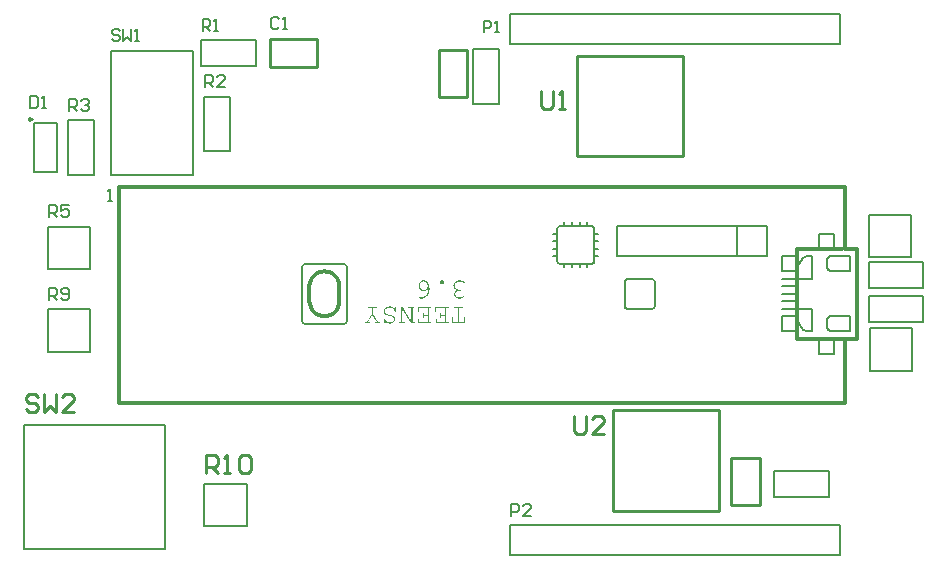
<source format=gto>
G04*
G04 #@! TF.GenerationSoftware,Altium Limited,Altium Designer,20.2.6 (244)*
G04*
G04 Layer_Color=65535*
%FSLAX25Y25*%
%MOIN*%
G70*
G04*
G04 #@! TF.SameCoordinates,EFAE668D-727F-4ECC-B3F7-511A600DF1C5*
G04*
G04*
G04 #@! TF.FilePolarity,Positive*
G04*
G01*
G75*
%ADD10C,0.00394*%
%ADD11C,0.00500*%
%ADD12C,0.01200*%
%ADD13C,0.00984*%
%ADD14C,0.01000*%
%ADD15C,0.00787*%
G36*
X149982Y95529D02*
X150112Y95509D01*
X150263Y95489D01*
X150444Y95449D01*
X150634Y95399D01*
X150835Y95328D01*
X150845D01*
X150855Y95318D01*
X150885Y95308D01*
X150926Y95288D01*
X151016Y95248D01*
X151136Y95198D01*
X151257Y95127D01*
X151387Y95057D01*
X151498Y94967D01*
X151598Y94887D01*
X151608Y94876D01*
X151628Y94836D01*
X151648Y94786D01*
X151658Y94726D01*
Y94716D01*
X151648Y94686D01*
X151638Y94646D01*
X151608Y94595D01*
X151598Y94585D01*
X151568Y94565D01*
X151528Y94545D01*
X151478Y94535D01*
X151468D01*
X151427Y94545D01*
X151377Y94565D01*
X151317Y94616D01*
X151307Y94626D01*
X151287Y94636D01*
X151247Y94666D01*
X151187Y94696D01*
X151126Y94736D01*
X151046Y94786D01*
X150956Y94836D01*
X150845Y94876D01*
X150624Y94977D01*
X150363Y95067D01*
X150082Y95127D01*
X149932Y95138D01*
X149781Y95148D01*
X149711D01*
X149671Y95138D01*
X149610D01*
X149540Y95127D01*
X149379Y95097D01*
X149199Y95047D01*
X149008Y94967D01*
X148817Y94867D01*
X148636Y94726D01*
X148626Y94716D01*
X148616Y94706D01*
X148566Y94646D01*
X148486Y94565D01*
X148406Y94445D01*
X148325Y94304D01*
X148245Y94144D01*
X148195Y93963D01*
X148175Y93872D01*
Y93772D01*
Y93752D01*
Y93712D01*
X148185Y93642D01*
X148205Y93551D01*
X148235Y93451D01*
X148275Y93340D01*
X148325Y93210D01*
X148406Y93089D01*
X148416Y93069D01*
X148446Y93029D01*
X148496Y92969D01*
X148576Y92899D01*
X148667Y92808D01*
X148777Y92718D01*
X148907Y92638D01*
X149058Y92557D01*
X149078Y92547D01*
X149128Y92527D01*
X149219Y92497D01*
X149319Y92457D01*
X149450Y92417D01*
X149600Y92387D01*
X149751Y92366D01*
X149911Y92356D01*
X149932D01*
X149992Y92347D01*
X150052Y92336D01*
X150112Y92306D01*
X150122Y92296D01*
X150142Y92266D01*
X150162Y92226D01*
X150173Y92166D01*
Y92146D01*
X150162Y92115D01*
X150153Y92065D01*
X150122Y92025D01*
X150112Y92015D01*
X150072Y91995D01*
X150022Y91975D01*
X149942Y91965D01*
X149560D01*
X149520Y91955D01*
X149420Y91945D01*
X149299Y91925D01*
X149159Y91885D01*
X149018Y91824D01*
X148867Y91754D01*
X148737Y91644D01*
X148717Y91634D01*
X148677Y91583D01*
X148626Y91523D01*
X148556Y91433D01*
X148496Y91322D01*
X148436Y91192D01*
X148396Y91051D01*
X148385Y90901D01*
Y90891D01*
Y90881D01*
X148396Y90830D01*
X148406Y90740D01*
X148426Y90640D01*
X148476Y90519D01*
X148536Y90389D01*
X148626Y90258D01*
X148747Y90128D01*
X148767Y90118D01*
X148807Y90077D01*
X148887Y90017D01*
X148998Y89957D01*
X149138Y89897D01*
X149299Y89837D01*
X149480Y89796D01*
X149691Y89786D01*
X149761D01*
X149831Y89796D01*
X149932Y89806D01*
X150052Y89826D01*
X150173Y89846D01*
X150303Y89887D01*
X150434Y89937D01*
X150444Y89947D01*
X150494Y89967D01*
X150554Y89997D01*
X150634Y90037D01*
X150715Y90087D01*
X150815Y90158D01*
X150906Y90228D01*
X150986Y90318D01*
X150996Y90328D01*
X151026Y90369D01*
X151066Y90399D01*
X151096Y90429D01*
X151106D01*
X151126Y90439D01*
X151187Y90449D01*
X151197D01*
X151237Y90439D01*
X151277Y90429D01*
X151327Y90399D01*
X151337Y90389D01*
X151347Y90359D01*
X151367Y90318D01*
X151377Y90268D01*
Y90258D01*
X151367Y90238D01*
X151357Y90198D01*
X151327Y90138D01*
X151277Y90077D01*
X151207Y89997D01*
X151106Y89897D01*
X150976Y89796D01*
X150966D01*
X150946Y89776D01*
X150916Y89756D01*
X150875Y89736D01*
X150825Y89706D01*
X150755Y89666D01*
X150604Y89596D01*
X150414Y89525D01*
X150193Y89455D01*
X149952Y89415D01*
X149691Y89395D01*
X149620D01*
X149570Y89405D01*
X149500D01*
X149430Y89415D01*
X149259Y89455D01*
X149068Y89505D01*
X148867Y89586D01*
X148667Y89696D01*
X148566Y89766D01*
X148476Y89846D01*
X148466D01*
X148456Y89867D01*
X148396Y89927D01*
X148325Y90017D01*
X148235Y90148D01*
X148144Y90298D01*
X148064Y90479D01*
X148014Y90690D01*
X148004Y90800D01*
X147994Y90911D01*
Y90931D01*
Y90981D01*
X148004Y91051D01*
X148024Y91152D01*
X148054Y91262D01*
X148094Y91393D01*
X148144Y91523D01*
X148225Y91654D01*
X148235Y91674D01*
X148265Y91714D01*
X148325Y91774D01*
X148396Y91855D01*
X148486Y91945D01*
X148606Y92035D01*
X148737Y92136D01*
X148898Y92216D01*
X148887D01*
X148877Y92226D01*
X148847Y92236D01*
X148807Y92256D01*
X148707Y92316D01*
X148586Y92387D01*
X148456Y92487D01*
X148325Y92598D01*
X148195Y92728D01*
X148074Y92879D01*
X148064Y92899D01*
X148024Y92949D01*
X147984Y93039D01*
X147924Y93150D01*
X147873Y93280D01*
X147823Y93431D01*
X147793Y93591D01*
X147783Y93762D01*
Y93772D01*
Y93792D01*
Y93832D01*
X147793Y93883D01*
X147803Y93943D01*
X147813Y94013D01*
X147853Y94184D01*
X147924Y94375D01*
X147964Y94475D01*
X148024Y94585D01*
X148094Y94686D01*
X148165Y94796D01*
X148255Y94907D01*
X148355Y95007D01*
X148365Y95017D01*
X148385Y95027D01*
X148416Y95057D01*
X148456Y95087D01*
X148516Y95127D01*
X148586Y95178D01*
X148656Y95228D01*
X148747Y95268D01*
X148847Y95318D01*
X148958Y95368D01*
X149199Y95459D01*
X149480Y95519D01*
X149630Y95529D01*
X149791Y95539D01*
X149881D01*
X149982Y95529D01*
D02*
G37*
G36*
X144129Y95539D02*
X144189Y95529D01*
X144259Y95509D01*
X144339Y95469D01*
X144420Y95429D01*
X144490Y95368D01*
X144500Y95359D01*
X144520Y95338D01*
X144550Y95298D01*
X144580Y95248D01*
X144610Y95178D01*
X144641Y95108D01*
X144661Y95017D01*
X144671Y94927D01*
Y94917D01*
Y94876D01*
X144661Y94826D01*
X144650Y94766D01*
X144631Y94696D01*
X144590Y94626D01*
X144550Y94545D01*
X144490Y94475D01*
X144480Y94465D01*
X144460Y94445D01*
X144420Y94415D01*
X144359Y94375D01*
X144299Y94344D01*
X144219Y94314D01*
X144129Y94294D01*
X144038Y94284D01*
X143837D01*
X143787Y94294D01*
X143727Y94304D01*
X143657Y94334D01*
X143576Y94365D01*
X143496Y94415D01*
X143426Y94475D01*
X143416Y94485D01*
X143396Y94505D01*
X143365Y94545D01*
X143325Y94595D01*
X143295Y94666D01*
X143265Y94736D01*
X143245Y94826D01*
X143235Y94917D01*
Y94927D01*
Y94957D01*
X143245Y95007D01*
X143255Y95077D01*
X143285Y95148D01*
X143315Y95218D01*
X143365Y95298D01*
X143426Y95368D01*
X143436Y95379D01*
X143456Y95399D01*
X143496Y95429D01*
X143556Y95459D01*
X143616Y95489D01*
X143697Y95519D01*
X143787Y95539D01*
X143877Y95549D01*
X144078D01*
X144129Y95539D01*
D02*
G37*
G36*
X137934Y95529D02*
X138034Y95519D01*
X138155Y95499D01*
X138305Y95459D01*
X138466Y95409D01*
X138627Y95328D01*
X138797Y95228D01*
X138817Y95218D01*
X138867Y95168D01*
X138948Y95097D01*
X139048Y94987D01*
X139159Y94857D01*
X139279Y94686D01*
X139390Y94495D01*
X139490Y94264D01*
Y94254D01*
X139500Y94224D01*
X139520Y94184D01*
X139540Y94124D01*
X139560Y94043D01*
X139590Y93953D01*
X139620Y93853D01*
X139651Y93742D01*
X139681Y93612D01*
X139711Y93471D01*
X139761Y93170D01*
X139791Y92838D01*
X139801Y92477D01*
Y92467D01*
Y92447D01*
Y92407D01*
Y92356D01*
X139791Y92286D01*
X139781Y92206D01*
X139761Y92025D01*
X139731Y91814D01*
X139681Y91583D01*
X139611Y91343D01*
X139510Y91101D01*
Y91092D01*
X139500Y91081D01*
X139470Y91021D01*
X139420Y90931D01*
X139349Y90810D01*
X139269Y90670D01*
X139169Y90529D01*
X139048Y90379D01*
X138918Y90238D01*
X138898Y90218D01*
X138847Y90178D01*
X138767Y90108D01*
X138667Y90027D01*
X138536Y89927D01*
X138386Y89826D01*
X138225Y89726D01*
X138044Y89636D01*
X138034D01*
X138024Y89626D01*
X137994Y89616D01*
X137954Y89596D01*
X137854Y89555D01*
X137723Y89515D01*
X137562Y89475D01*
X137382Y89435D01*
X137181Y89405D01*
X136970Y89395D01*
X136900D01*
X136829Y89405D01*
X136739Y89415D01*
X136639Y89435D01*
X136528Y89465D01*
X136418Y89505D01*
X136317Y89555D01*
X136307D01*
X136297Y89565D01*
X136257Y89605D01*
X136217Y89666D01*
X136197Y89706D01*
Y89746D01*
Y89756D01*
X136207Y89796D01*
X136217Y89846D01*
X136257Y89887D01*
X136267Y89897D01*
X136287Y89907D01*
X136337Y89927D01*
X136388Y89937D01*
X136398D01*
X136428Y89927D01*
X136468Y89917D01*
X136528Y89887D01*
X136538D01*
X136558Y89867D01*
X136599Y89856D01*
X136659Y89837D01*
X136729Y89816D01*
X136809Y89806D01*
X136900Y89786D01*
X137090D01*
X137151Y89796D01*
X137231Y89806D01*
X137331Y89826D01*
X137432Y89856D01*
X137552Y89887D01*
X137673Y89927D01*
X137803Y89977D01*
X137944Y90037D01*
X138084Y90118D01*
X138235Y90208D01*
X138375Y90308D01*
X138526Y90429D01*
X138667Y90569D01*
X138677Y90579D01*
X138697Y90610D01*
X138737Y90650D01*
X138787Y90710D01*
X138837Y90780D01*
X138898Y90871D01*
X138968Y90981D01*
X139038Y91092D01*
X139109Y91222D01*
X139179Y91373D01*
X139239Y91523D01*
X139289Y91684D01*
X139339Y91865D01*
X139380Y92045D01*
X139400Y92236D01*
X139410Y92437D01*
Y92447D01*
Y92467D01*
Y92507D01*
Y92557D01*
X139400Y92628D01*
Y92708D01*
Y92808D01*
X139390Y92929D01*
Y92919D01*
X139369Y92909D01*
X139349Y92879D01*
X139329Y92838D01*
X139249Y92748D01*
X139159Y92628D01*
X139038Y92497D01*
X138918Y92356D01*
X138777Y92236D01*
X138637Y92126D01*
X138617Y92115D01*
X138566Y92085D01*
X138486Y92045D01*
X138386Y91995D01*
X138265Y91945D01*
X138115Y91905D01*
X137954Y91875D01*
X137783Y91865D01*
X137723D01*
X137673Y91875D01*
X137623Y91885D01*
X137562Y91895D01*
X137402Y91925D01*
X137231Y91995D01*
X137050Y92085D01*
X136950Y92146D01*
X136860Y92216D01*
X136759Y92296D01*
X136669Y92387D01*
X136659Y92397D01*
X136649Y92407D01*
X136619Y92437D01*
X136588Y92477D01*
X136558Y92527D01*
X136508Y92587D01*
X136418Y92748D01*
X136327Y92929D01*
X136257Y93150D01*
X136197Y93401D01*
X136187Y93541D01*
X136177Y93682D01*
Y93692D01*
Y93712D01*
Y93752D01*
X136187Y93802D01*
Y93862D01*
X136197Y93933D01*
X136237Y94103D01*
X136287Y94304D01*
X136368Y94515D01*
X136478Y94746D01*
X136548Y94857D01*
X136629Y94967D01*
Y94977D01*
X136649Y94987D01*
X136679Y95017D01*
X136709Y95057D01*
X136809Y95148D01*
X136950Y95248D01*
X137121Y95359D01*
X137331Y95449D01*
X137452Y95489D01*
X137572Y95519D01*
X137713Y95529D01*
X137854Y95539D01*
X137904D01*
X137934Y95529D01*
D02*
G37*
G36*
X126649Y86789D02*
X126729Y86779D01*
X126830Y86769D01*
X126950Y86749D01*
X127070Y86719D01*
X127331Y86649D01*
X127462Y86588D01*
X127603Y86528D01*
X127733Y86458D01*
X127864Y86378D01*
X127994Y86277D01*
X128115Y86167D01*
Y86388D01*
Y86398D01*
Y86408D01*
X128125Y86468D01*
X128135Y86528D01*
X128175Y86588D01*
X128185Y86598D01*
X128215Y86619D01*
X128255Y86639D01*
X128315Y86649D01*
X128325D01*
X128366Y86639D01*
X128406Y86619D01*
X128456Y86588D01*
X128466Y86578D01*
X128476Y86538D01*
X128496Y86478D01*
X128506Y86388D01*
Y85303D01*
Y85293D01*
Y85283D01*
X128496Y85223D01*
X128486Y85163D01*
X128456Y85102D01*
X128446Y85092D01*
X128416Y85062D01*
X128376Y85042D01*
X128315Y85032D01*
X128305D01*
X128265Y85042D01*
X128225Y85052D01*
X128185Y85092D01*
X128175Y85102D01*
X128155Y85133D01*
X128125Y85193D01*
X128115Y85273D01*
Y85293D01*
X128105Y85343D01*
X128085Y85424D01*
X128054Y85534D01*
X127994Y85655D01*
X127914Y85785D01*
X127803Y85926D01*
X127663Y86056D01*
X127653D01*
X127643Y86066D01*
X127583Y86106D01*
X127482Y86167D01*
X127352Y86227D01*
X127181Y86297D01*
X126980Y86347D01*
X126739Y86388D01*
X126478Y86408D01*
X126408D01*
X126358Y86398D01*
X126297D01*
X126227Y86388D01*
X126057Y86357D01*
X125876Y86317D01*
X125675Y86257D01*
X125484Y86167D01*
X125313Y86046D01*
X125303D01*
X125293Y86026D01*
X125243Y85986D01*
X125173Y85906D01*
X125093Y85805D01*
X125022Y85675D01*
X124952Y85524D01*
X124902Y85353D01*
X124882Y85263D01*
Y85173D01*
Y85163D01*
Y85123D01*
X124892Y85062D01*
X124902Y84982D01*
X124922Y84902D01*
X124952Y84811D01*
X124992Y84711D01*
X125052Y84620D01*
X125063Y84610D01*
X125083Y84580D01*
X125123Y84540D01*
X125173Y84480D01*
X125243Y84420D01*
X125324Y84360D01*
X125424Y84299D01*
X125534Y84239D01*
X125544D01*
X125585Y84219D01*
X125645Y84199D01*
X125735Y84179D01*
X125866Y84149D01*
X126026Y84109D01*
X126117Y84088D01*
X126227Y84068D01*
X126338Y84038D01*
X126468Y84018D01*
X126478D01*
X126508Y84008D01*
X126558Y83998D01*
X126629Y83988D01*
X126709Y83968D01*
X126799Y83948D01*
X127010Y83898D01*
X127241Y83827D01*
X127482Y83747D01*
X127703Y83647D01*
X127793Y83586D01*
X127884Y83526D01*
X127904Y83506D01*
X127954Y83466D01*
X128014Y83386D01*
X128095Y83275D01*
X128175Y83145D01*
X128235Y82984D01*
X128285Y82793D01*
X128305Y82572D01*
Y82562D01*
Y82542D01*
Y82512D01*
X128295Y82472D01*
X128275Y82351D01*
X128245Y82211D01*
X128185Y82050D01*
X128095Y81870D01*
X128044Y81779D01*
X127974Y81689D01*
X127904Y81599D01*
X127813Y81518D01*
X127803Y81508D01*
X127793Y81498D01*
X127763Y81478D01*
X127723Y81448D01*
X127673Y81418D01*
X127613Y81378D01*
X127462Y81287D01*
X127281Y81207D01*
X127060Y81137D01*
X126799Y81086D01*
X126669Y81066D01*
X126438D01*
X126378Y81076D01*
X126307Y81086D01*
X126227Y81097D01*
X126137Y81107D01*
X126026Y81127D01*
X125805Y81197D01*
X125565Y81287D01*
X125444Y81348D01*
X125324Y81418D01*
X125203Y81498D01*
X125093Y81589D01*
Y81458D01*
Y81448D01*
Y81438D01*
X125083Y81378D01*
X125073Y81317D01*
X125042Y81257D01*
X125032Y81247D01*
X125002Y81217D01*
X124962Y81197D01*
X124902Y81187D01*
X124882D01*
X124852Y81197D01*
X124802Y81217D01*
X124761Y81257D01*
X124751Y81267D01*
X124731Y81307D01*
X124711Y81368D01*
X124701Y81458D01*
Y82452D01*
Y82462D01*
Y82472D01*
X124711Y82532D01*
X124721Y82592D01*
X124761Y82653D01*
X124771Y82663D01*
X124802Y82683D01*
X124842Y82703D01*
X124902Y82713D01*
X124912D01*
X124952Y82703D01*
X124992Y82693D01*
X125042Y82663D01*
X125052Y82653D01*
X125063Y82613D01*
X125083Y82562D01*
X125093Y82482D01*
Y82462D01*
X125103Y82412D01*
X125123Y82341D01*
X125153Y82251D01*
X125203Y82141D01*
X125283Y82020D01*
X125374Y81900D01*
X125504Y81779D01*
X125524Y81769D01*
X125575Y81729D01*
X125655Y81679D01*
X125775Y81619D01*
X125916Y81558D01*
X126087Y81508D01*
X126277Y81468D01*
X126498Y81458D01*
X126609D01*
X126729Y81478D01*
X126870Y81498D01*
X127040Y81538D01*
X127211Y81599D01*
X127382Y81679D01*
X127532Y81789D01*
X127552Y81799D01*
X127593Y81849D01*
X127653Y81920D01*
X127723Y82010D01*
X127793Y82131D01*
X127854Y82261D01*
X127894Y82412D01*
X127914Y82582D01*
Y82592D01*
Y82623D01*
X127904Y82663D01*
Y82723D01*
X127874Y82854D01*
X127813Y83004D01*
X127803Y83014D01*
X127793Y83034D01*
X127773Y83074D01*
X127733Y83114D01*
X127653Y83215D01*
X127532Y83315D01*
X127522D01*
X127502Y83335D01*
X127462Y83355D01*
X127412Y83376D01*
X127352Y83406D01*
X127281Y83446D01*
X127131Y83506D01*
X127121D01*
X127091Y83516D01*
X127030Y83536D01*
X126950Y83546D01*
X126860Y83566D01*
X126729Y83596D01*
X126589Y83617D01*
X126418Y83647D01*
X126408D01*
X126388Y83657D01*
X126338D01*
X126287Y83667D01*
X126227Y83687D01*
X126147Y83697D01*
X125986Y83737D01*
X125795Y83777D01*
X125615Y83817D01*
X125454Y83868D01*
X125374Y83898D01*
X125313Y83918D01*
X125293Y83928D01*
X125243Y83948D01*
X125173Y83988D01*
X125083Y84048D01*
X124982Y84118D01*
X124882Y84209D01*
X124791Y84309D01*
X124701Y84420D01*
X124691Y84430D01*
X124671Y84480D01*
X124631Y84540D01*
X124591Y84631D01*
X124560Y84751D01*
X124520Y84882D01*
X124500Y85022D01*
X124490Y85183D01*
Y85193D01*
Y85213D01*
Y85243D01*
X124500Y85293D01*
X124510Y85353D01*
X124520Y85424D01*
X124560Y85574D01*
X124621Y85755D01*
X124721Y85946D01*
X124781Y86046D01*
X124852Y86147D01*
X124932Y86237D01*
X125032Y86327D01*
X125042D01*
X125052Y86347D01*
X125093Y86367D01*
X125133Y86398D01*
X125183Y86438D01*
X125253Y86478D01*
X125324Y86518D01*
X125414Y86558D01*
X125514Y86608D01*
X125625Y86649D01*
X125745Y86689D01*
X125866Y86729D01*
X126157Y86779D01*
X126318Y86789D01*
X126478Y86799D01*
X126578D01*
X126649Y86789D01*
D02*
G37*
G36*
X146006Y86639D02*
X146066Y86629D01*
X146126Y86598D01*
X146136Y86588D01*
X146157Y86558D01*
X146177Y86518D01*
X146187Y86458D01*
Y86438D01*
X146177Y86408D01*
X146157Y86357D01*
X146126Y86317D01*
X146116Y86307D01*
X146076Y86287D01*
X146016Y86267D01*
X145926Y86257D01*
X145394D01*
Y81578D01*
X145946D01*
X146006Y81568D01*
X146066Y81558D01*
X146126Y81528D01*
X146136Y81518D01*
X146157Y81488D01*
X146177Y81448D01*
X146187Y81388D01*
Y81368D01*
X146177Y81337D01*
X146157Y81287D01*
X146126Y81247D01*
X146116Y81237D01*
X146076Y81217D01*
X146016Y81197D01*
X145926Y81187D01*
X141789D01*
Y82532D01*
Y82542D01*
Y82552D01*
X141799Y82613D01*
X141809Y82673D01*
X141849Y82733D01*
X141859Y82743D01*
X141890Y82763D01*
X141930Y82783D01*
X141990Y82793D01*
X142000D01*
X142040Y82783D01*
X142090Y82763D01*
X142130Y82733D01*
X142141Y82723D01*
X142151Y82683D01*
X142171Y82623D01*
X142181Y82532D01*
Y81578D01*
X145002D01*
Y83617D01*
X143586D01*
Y83175D01*
Y83165D01*
Y83155D01*
X143576Y83104D01*
X143566Y83034D01*
X143536Y82984D01*
X143526Y82974D01*
X143496Y82944D01*
X143456Y82924D01*
X143396Y82914D01*
X143386D01*
X143345Y82924D01*
X143305Y82944D01*
X143255Y82984D01*
X143245Y82994D01*
X143225Y83034D01*
X143205Y83095D01*
X143195Y83175D01*
Y84450D01*
Y84460D01*
Y84470D01*
X143205Y84530D01*
X143215Y84590D01*
X143255Y84651D01*
X143265Y84661D01*
X143295Y84681D01*
X143335Y84701D01*
X143396Y84711D01*
X143406D01*
X143446Y84701D01*
X143486Y84681D01*
X143536Y84651D01*
X143546Y84641D01*
X143556Y84601D01*
X143576Y84540D01*
X143586Y84450D01*
Y84008D01*
X145002D01*
Y86257D01*
X141980D01*
Y85102D01*
Y85092D01*
Y85082D01*
X141970Y85032D01*
X141960Y84962D01*
X141930Y84912D01*
X141920Y84902D01*
X141890Y84872D01*
X141849Y84851D01*
X141789Y84841D01*
X141769D01*
X141739Y84851D01*
X141689Y84872D01*
X141649Y84912D01*
X141639Y84922D01*
X141619Y84962D01*
X141598Y85022D01*
X141588Y85102D01*
Y86649D01*
X145946D01*
X146006Y86639D01*
D02*
G37*
G36*
X140263D02*
X140323Y86629D01*
X140384Y86598D01*
X140394Y86588D01*
X140414Y86558D01*
X140434Y86518D01*
X140444Y86458D01*
Y86438D01*
X140434Y86408D01*
X140414Y86357D01*
X140384Y86317D01*
X140374Y86307D01*
X140333Y86287D01*
X140273Y86267D01*
X140183Y86257D01*
X139651D01*
Y81578D01*
X140203D01*
X140263Y81568D01*
X140323Y81558D01*
X140384Y81528D01*
X140394Y81518D01*
X140414Y81488D01*
X140434Y81448D01*
X140444Y81388D01*
Y81368D01*
X140434Y81337D01*
X140414Y81287D01*
X140384Y81247D01*
X140374Y81237D01*
X140333Y81217D01*
X140273Y81197D01*
X140183Y81187D01*
X136046D01*
Y82532D01*
Y82542D01*
Y82552D01*
X136056Y82613D01*
X136066Y82673D01*
X136107Y82733D01*
X136117Y82743D01*
X136147Y82763D01*
X136187Y82783D01*
X136247Y82793D01*
X136257D01*
X136297Y82783D01*
X136347Y82763D01*
X136388Y82733D01*
X136398Y82723D01*
X136408Y82683D01*
X136428Y82623D01*
X136438Y82532D01*
Y81578D01*
X139259D01*
Y83617D01*
X137843D01*
Y83175D01*
Y83165D01*
Y83155D01*
X137833Y83104D01*
X137823Y83034D01*
X137793Y82984D01*
X137783Y82974D01*
X137753Y82944D01*
X137713Y82924D01*
X137653Y82914D01*
X137643D01*
X137602Y82924D01*
X137562Y82944D01*
X137512Y82984D01*
X137502Y82994D01*
X137482Y83034D01*
X137462Y83095D01*
X137452Y83175D01*
Y84450D01*
Y84460D01*
Y84470D01*
X137462Y84530D01*
X137472Y84590D01*
X137512Y84651D01*
X137522Y84661D01*
X137552Y84681D01*
X137592Y84701D01*
X137653Y84711D01*
X137663D01*
X137703Y84701D01*
X137743Y84681D01*
X137793Y84651D01*
X137803Y84641D01*
X137813Y84601D01*
X137833Y84540D01*
X137843Y84450D01*
Y84008D01*
X139259D01*
Y86257D01*
X136237D01*
Y85102D01*
Y85092D01*
Y85082D01*
X136227Y85032D01*
X136217Y84962D01*
X136187Y84912D01*
X136177Y84902D01*
X136147Y84872D01*
X136107Y84851D01*
X136046Y84841D01*
X136026D01*
X135996Y84851D01*
X135946Y84872D01*
X135906Y84912D01*
X135896Y84922D01*
X135876Y84962D01*
X135855Y85022D01*
X135845Y85102D01*
Y86649D01*
X140203D01*
X140263Y86639D01*
D02*
G37*
G36*
X134520D02*
X134590Y86629D01*
X134651Y86598D01*
X134661Y86588D01*
X134681Y86558D01*
X134701Y86518D01*
X134711Y86458D01*
Y86438D01*
X134701Y86408D01*
X134681Y86357D01*
X134651Y86317D01*
X134641Y86307D01*
X134600Y86287D01*
X134540Y86267D01*
X134440Y86257D01*
X134119D01*
Y81578D01*
X134661D01*
X134721Y81568D01*
X134791Y81558D01*
X134852Y81528D01*
X134862Y81518D01*
X134882Y81488D01*
X134902Y81448D01*
X134912Y81388D01*
Y81368D01*
X134902Y81337D01*
X134882Y81287D01*
X134852Y81247D01*
X134842Y81237D01*
X134801Y81217D01*
X134741Y81197D01*
X134641Y81187D01*
X133617D01*
X130705Y86086D01*
Y81578D01*
X131448D01*
X131508Y81568D01*
X131579Y81558D01*
X131639Y81528D01*
X131649Y81518D01*
X131669Y81488D01*
X131689Y81448D01*
X131699Y81388D01*
Y81368D01*
X131689Y81337D01*
X131669Y81287D01*
X131639Y81247D01*
X131629Y81237D01*
X131588Y81217D01*
X131528Y81197D01*
X131428Y81187D01*
X129972D01*
X129912Y81197D01*
X129852Y81207D01*
X129791Y81247D01*
X129781Y81257D01*
X129751Y81287D01*
X129731Y81327D01*
X129721Y81388D01*
Y81398D01*
X129731Y81438D01*
X129751Y81488D01*
X129791Y81528D01*
X129801Y81538D01*
X129842Y81548D01*
X129902Y81568D01*
X129992Y81578D01*
X130313D01*
Y86649D01*
X130825D01*
X133727Y81759D01*
Y86257D01*
X132984D01*
X132924Y86267D01*
X132864Y86277D01*
X132803Y86317D01*
X132793Y86327D01*
X132763Y86357D01*
X132743Y86398D01*
X132733Y86458D01*
Y86468D01*
X132743Y86508D01*
X132763Y86548D01*
X132803Y86598D01*
X132813Y86608D01*
X132853Y86619D01*
X132914Y86639D01*
X133004Y86649D01*
X134460D01*
X134520Y86639D01*
D02*
G37*
G36*
X150765D02*
X150825Y86629D01*
X150885Y86598D01*
X150895Y86588D01*
X150916Y86558D01*
X150936Y86518D01*
X150946Y86458D01*
Y86438D01*
X150936Y86408D01*
X150916Y86357D01*
X150885Y86317D01*
X150875Y86307D01*
X150835Y86287D01*
X150775Y86267D01*
X150685Y86257D01*
X149661D01*
Y81578D01*
X151267D01*
Y82934D01*
Y82944D01*
Y82954D01*
X151277Y83014D01*
X151287Y83084D01*
X151327Y83145D01*
X151337Y83155D01*
X151367Y83175D01*
X151408Y83195D01*
X151468Y83205D01*
X151478D01*
X151518Y83195D01*
X151558Y83175D01*
X151608Y83145D01*
X151618Y83135D01*
X151628Y83095D01*
X151648Y83034D01*
X151658Y82934D01*
Y81187D01*
X147271D01*
Y82934D01*
Y82944D01*
Y82954D01*
X147281Y83014D01*
X147291Y83084D01*
X147331Y83145D01*
X147341Y83155D01*
X147371Y83175D01*
X147412Y83195D01*
X147472Y83205D01*
X147482D01*
X147522Y83195D01*
X147572Y83175D01*
X147612Y83145D01*
X147622Y83135D01*
X147632Y83095D01*
X147652Y83034D01*
X147663Y82934D01*
Y81578D01*
X149269D01*
Y86257D01*
X148225D01*
X148175Y86267D01*
X148104Y86277D01*
X148054Y86317D01*
X148044Y86327D01*
X148014Y86357D01*
X147994Y86398D01*
X147984Y86458D01*
Y86468D01*
X147994Y86508D01*
X148014Y86548D01*
X148054Y86598D01*
X148064Y86608D01*
X148104Y86619D01*
X148165Y86639D01*
X148245Y86649D01*
X150705D01*
X150765Y86639D01*
D02*
G37*
G36*
X122040D02*
X122111Y86629D01*
X122171Y86598D01*
X122181Y86588D01*
X122201Y86558D01*
X122221Y86518D01*
X122231Y86458D01*
Y86438D01*
X122221Y86408D01*
X122201Y86357D01*
X122171Y86317D01*
X122161Y86307D01*
X122121Y86287D01*
X122061Y86267D01*
X121960Y86257D01*
X120946D01*
Y84189D01*
X122673Y81578D01*
X122914D01*
X122974Y81568D01*
X123045Y81558D01*
X123105Y81528D01*
X123115Y81518D01*
X123135Y81488D01*
X123155Y81448D01*
X123165Y81388D01*
Y81368D01*
X123155Y81337D01*
X123135Y81287D01*
X123105Y81247D01*
X123095Y81237D01*
X123055Y81217D01*
X122994Y81197D01*
X122894Y81187D01*
X121809D01*
X121749Y81197D01*
X121689Y81207D01*
X121629Y81247D01*
X121619Y81257D01*
X121589Y81287D01*
X121569Y81327D01*
X121558Y81388D01*
Y81398D01*
X121569Y81438D01*
X121589Y81488D01*
X121629Y81528D01*
X121639Y81538D01*
X121679Y81548D01*
X121739Y81568D01*
X121830Y81578D01*
X122211D01*
X120755Y83787D01*
X119320Y81578D01*
X119721D01*
X119781Y81568D01*
X119852Y81558D01*
X119912Y81528D01*
X119922Y81518D01*
X119942Y81488D01*
X119962Y81448D01*
X119972Y81388D01*
Y81368D01*
X119962Y81337D01*
X119942Y81287D01*
X119912Y81247D01*
X119902Y81237D01*
X119862Y81217D01*
X119801Y81197D01*
X119701Y81187D01*
X118617D01*
X118557Y81197D01*
X118496Y81207D01*
X118436Y81247D01*
X118426Y81257D01*
X118396Y81287D01*
X118376Y81327D01*
X118366Y81388D01*
Y81398D01*
X118376Y81438D01*
X118396Y81488D01*
X118436Y81528D01*
X118446Y81538D01*
X118486Y81548D01*
X118547Y81568D01*
X118637Y81578D01*
X118858D01*
X120554Y84189D01*
Y86257D01*
X119520D01*
X119460Y86267D01*
X119400Y86277D01*
X119340Y86317D01*
X119330Y86327D01*
X119299Y86357D01*
X119280Y86398D01*
X119269Y86458D01*
Y86468D01*
X119280Y86508D01*
X119299Y86548D01*
X119340Y86598D01*
X119350Y86608D01*
X119390Y86619D01*
X119450Y86639D01*
X119541Y86649D01*
X121980D01*
X122040Y86639D01*
D02*
G37*
%LPC*%
G36*
X137843Y95148D02*
X137793D01*
X137753Y95138D01*
X137663Y95127D01*
X137532Y95097D01*
X137392Y95047D01*
X137241Y94977D01*
X137090Y94876D01*
X136950Y94746D01*
X136930Y94726D01*
X136890Y94676D01*
X136829Y94585D01*
X136759Y94455D01*
X136689Y94304D01*
X136629Y94124D01*
X136588Y93913D01*
X136578Y93682D01*
Y93672D01*
Y93652D01*
Y93621D01*
Y93581D01*
X136599Y93461D01*
X136619Y93320D01*
X136669Y93160D01*
X136729Y92989D01*
X136819Y92818D01*
X136950Y92658D01*
X136970Y92638D01*
X137010Y92598D01*
X137090Y92527D01*
X137191Y92457D01*
X137321Y92387D01*
X137462Y92316D01*
X137623Y92276D01*
X137793Y92256D01*
X137813D01*
X137874Y92266D01*
X137954Y92276D01*
X138074Y92306D01*
X138205Y92347D01*
X138356Y92417D01*
X138506Y92517D01*
X138667Y92648D01*
X138677Y92658D01*
X138717Y92698D01*
X138777Y92768D01*
X138847Y92858D01*
X138948Y92989D01*
X139048Y93150D01*
X139169Y93340D01*
X139299Y93571D01*
Y93581D01*
X139289Y93612D01*
X139279Y93652D01*
X139269Y93712D01*
X139249Y93782D01*
X139219Y93862D01*
X139159Y94043D01*
X139078Y94244D01*
X138988Y94445D01*
X138867Y94636D01*
X138807Y94726D01*
X138737Y94796D01*
X138717Y94816D01*
X138667Y94857D01*
X138586Y94907D01*
X138486Y94977D01*
X138356Y95037D01*
X138195Y95097D01*
X138024Y95138D01*
X137843Y95148D01*
D02*
G37*
%LPD*%
D10*
X188189Y135827D02*
D03*
X237402Y53150D02*
D03*
D11*
X98283Y101024D02*
X97576Y100731D01*
X97284Y100024D01*
Y82024D02*
X97576Y81317D01*
X98283Y81024D01*
X111284D02*
X111991Y81317D01*
X112284Y82024D01*
Y100024D02*
X111991Y100731D01*
X111284Y101024D01*
X272284Y79774D02*
X272650Y78890D01*
X273534Y78524D01*
Y83524D02*
X272650Y83157D01*
X272284Y82274D01*
X273534Y103524D02*
X272650Y103157D01*
X272284Y102274D01*
Y99774D02*
X272650Y98890D01*
X273534Y98524D01*
X183283Y113524D02*
X182576Y113231D01*
X182283Y112524D01*
Y102024D02*
X182576Y101316D01*
X183283Y101024D01*
X193783D02*
X194491Y101316D01*
X194783Y102024D01*
Y112524D02*
X194491Y113231D01*
X193783Y113524D01*
X214784Y95024D02*
X214491Y95731D01*
X213784Y96024D01*
X205784D02*
X205076Y95731D01*
X204784Y95024D01*
Y87024D02*
X205076Y86317D01*
X205784Y86024D01*
X213784D02*
X214491Y86317D01*
X214784Y87024D01*
X264412Y79081D02*
X265453Y78524D01*
Y103524D02*
X264412Y102967D01*
X98283Y101024D02*
X111284D01*
X97284Y82024D02*
Y100024D01*
X98283Y81024D02*
X111284D01*
X112284Y82024D02*
Y100024D01*
X242284Y103524D02*
X252284D01*
X202284D02*
X242284D01*
X202284D02*
Y113524D01*
X242284D01*
X252284D01*
Y103524D02*
Y113524D01*
X242284Y103524D02*
Y113524D01*
X257283Y91024D02*
X262283D01*
X257283Y88524D02*
X262283D01*
X257283Y86024D02*
X262283D01*
X257283Y93524D02*
X262283D01*
X257283Y96024D02*
X262283D01*
X257283Y83524D02*
X262283D01*
X257283Y78524D02*
Y83524D01*
Y78524D02*
X262283D01*
X257283Y98524D02*
X262283D01*
X257283D02*
Y103524D01*
X262283D01*
X274783Y71024D02*
Y76024D01*
X269783Y71024D02*
X274783D01*
X269783D02*
Y76024D01*
X274783Y106024D02*
Y111024D01*
X269783D02*
X274783D01*
X269783Y106024D02*
Y111024D01*
X273534Y78524D02*
X279784D01*
X272284Y79774D02*
Y82274D01*
X273534Y83524D02*
X279784D01*
X273534Y103524D02*
X279784D01*
X272284Y99774D02*
Y102274D01*
X273534Y98524D02*
X279784D01*
Y78524D02*
Y83524D01*
Y98524D02*
Y103524D01*
X183283Y113524D02*
X184783D01*
X182283Y111024D02*
Y112524D01*
Y108524D02*
Y111024D01*
Y106024D02*
Y108524D01*
Y103524D02*
Y106024D01*
Y102024D02*
Y103524D01*
X183283Y101024D02*
X184783D01*
X187284D01*
X189784D01*
X192283D01*
X193783D01*
X194783Y102024D02*
Y103524D01*
Y106024D01*
Y108524D01*
Y111024D01*
Y112524D01*
X192283Y113524D02*
X193783D01*
X189784D02*
X192283D01*
X187284D02*
X189784D01*
X184783D02*
X187284D01*
X214784Y87024D02*
Y95024D01*
X205784Y96024D02*
X213784D01*
X204784Y87024D02*
Y95024D01*
X205784Y86024D02*
X213784D01*
X181034Y106024D02*
X182283D01*
X181034Y108524D02*
X182283D01*
X181034Y111024D02*
X182283D01*
X181034Y103524D02*
X182283D01*
X184783Y99774D02*
Y101024D01*
X187284Y99774D02*
Y101024D01*
X189784Y99774D02*
Y101024D01*
X192283Y99774D02*
Y101024D01*
X194783Y103524D02*
X196034D01*
X194783Y106024D02*
X196034D01*
X194783Y108524D02*
X196034D01*
X194783Y111024D02*
X196034D01*
X184783Y113524D02*
Y114774D01*
X187284Y113524D02*
Y114774D01*
X189784Y113524D02*
Y114774D01*
X192283Y113524D02*
Y114774D01*
X262283Y86024D02*
X267284D01*
Y78524D02*
Y86024D01*
X265453Y78524D02*
X267284D01*
X262283Y82274D02*
X264412Y79081D01*
X262283Y96024D02*
X267284D01*
Y103524D01*
X265453D02*
X267284D01*
X262283Y99774D02*
X264412Y102967D01*
D12*
X109783Y93524D02*
X109687Y94499D01*
X109403Y95437D01*
X108941Y96302D01*
X108319Y97059D01*
X107561Y97681D01*
X106697Y98143D01*
X105759Y98427D01*
X104783Y98524D01*
Y83524D02*
X105759Y83620D01*
X106697Y83904D01*
X107561Y84366D01*
X108319Y84988D01*
X108941Y85746D01*
X109403Y86610D01*
X109687Y87548D01*
X109783Y88524D01*
X99783D02*
X99879Y87548D01*
X100164Y86610D01*
X100626Y85746D01*
X101248Y84988D01*
X102006Y84366D01*
X102870Y83904D01*
X103808Y83620D01*
X104783Y83524D01*
Y98524D02*
X103808Y98427D01*
X102870Y98143D01*
X102006Y97681D01*
X101248Y97059D01*
X100626Y96302D01*
X100164Y95437D01*
X99879Y94499D01*
X99783Y93524D01*
X98701Y54606D02*
X218701D01*
X36299Y126457D02*
X278425D01*
X36299Y54606D02*
Y126457D01*
X262283Y76024D02*
X269783D01*
X274783D01*
X278425D01*
X277284D02*
X282283D01*
Y106024D01*
X278425D02*
X282283D01*
X274783D02*
X277284D01*
X269783D02*
X274783D01*
X262283D02*
X269783D01*
X262283Y103524D02*
Y106024D01*
Y99774D02*
Y103524D01*
Y98524D02*
Y99774D01*
Y96024D02*
Y98524D01*
Y93524D02*
Y96024D01*
Y91024D02*
Y93524D01*
Y88524D02*
Y91024D01*
Y86024D02*
Y88524D01*
Y83524D02*
Y86024D01*
Y82274D02*
Y83524D01*
Y78524D02*
Y82274D01*
Y76024D02*
Y78524D01*
X278425Y54606D02*
Y76024D01*
Y106024D02*
Y126457D01*
X109783Y88524D02*
Y93524D01*
X99783Y88524D02*
Y93524D01*
X218701Y54606D02*
X278425D01*
X36299D02*
X98701D01*
D13*
X7185Y149213D02*
X6447Y149639D01*
Y148786D01*
X7185Y149213D01*
D14*
X188976Y136811D02*
X224410D01*
Y170276D01*
X188976Y136811D02*
Y170276D01*
X224410D01*
X102362Y166535D02*
Y175984D01*
X86614D02*
X102362D01*
X86614Y166535D02*
Y175984D01*
Y166535D02*
X102362D01*
X240354Y36417D02*
X249803D01*
X240354Y20669D02*
Y36417D01*
Y20669D02*
X249803D01*
Y36417D01*
X142913Y156496D02*
X152362D01*
Y172244D01*
X142913D02*
X152362D01*
X142913Y156496D02*
Y172244D01*
X200787Y52165D02*
X236221D01*
X200787Y18701D02*
Y52165D01*
X236221Y18701D02*
Y52165D01*
X200787Y18701D02*
X236221D01*
X177104Y158511D02*
Y153513D01*
X178103Y152513D01*
X180103D01*
X181102Y153513D01*
Y158511D01*
X183102Y152513D02*
X185101D01*
X184101D01*
Y158511D01*
X183102Y157511D01*
X9181Y56510D02*
X8181Y57510D01*
X6182D01*
X5182Y56510D01*
Y55510D01*
X6182Y54511D01*
X8181D01*
X9181Y53511D01*
Y52512D01*
X8181Y51512D01*
X6182D01*
X5182Y52512D01*
X11180Y57510D02*
Y51512D01*
X13179Y53511D01*
X15179Y51512D01*
Y57510D01*
X21177Y51512D02*
X17178D01*
X21177Y55510D01*
Y56510D01*
X20177Y57510D01*
X18178D01*
X17178Y56510D01*
X65338Y31128D02*
Y37126D01*
X68337D01*
X69336Y36126D01*
Y34127D01*
X68337Y33127D01*
X65338D01*
X67337D02*
X69336Y31128D01*
X71336D02*
X73335D01*
X72335D01*
Y37126D01*
X71336Y36126D01*
X76334D02*
X77334Y37126D01*
X79333D01*
X80333Y36126D01*
Y32127D01*
X79333Y31128D01*
X77334D01*
X76334Y32127D01*
Y36126D01*
X187915Y50243D02*
Y45245D01*
X188915Y44245D01*
X190914D01*
X191914Y45245D01*
Y50243D01*
X197912Y44245D02*
X193913D01*
X197912Y48244D01*
Y49244D01*
X196912Y50243D01*
X194913D01*
X193913Y49244D01*
D15*
X51772Y6063D02*
Y47402D01*
X4528Y6063D02*
X51772D01*
X4528D02*
Y47402D01*
X51772D01*
X64567Y138583D02*
X73228D01*
X64567D02*
Y156693D01*
X73228D01*
Y138583D02*
Y156693D01*
X286221Y81496D02*
Y90158D01*
X304331D01*
Y81496D02*
Y90158D01*
X286221Y81496D02*
X304331D01*
X63779Y166929D02*
Y175591D01*
X81890D01*
Y166929D02*
Y175591D01*
X63779Y166929D02*
X81890D01*
X19291Y148819D02*
X27953D01*
Y130709D02*
Y148819D01*
X19291Y130709D02*
X27953D01*
X19291D02*
Y148819D01*
X286221Y92913D02*
Y101575D01*
X304331D01*
Y92913D02*
Y101575D01*
X286221Y92913D02*
X304331D01*
X254724Y23228D02*
Y31890D01*
X272835D01*
Y23228D02*
Y31890D01*
X254724Y23228D02*
X272835D01*
X154134Y172441D02*
X162795D01*
Y154331D02*
Y172441D01*
X154134Y154331D02*
X162795D01*
X154134D02*
Y172441D01*
X300394Y103150D02*
Y117323D01*
X286221Y103150D02*
X300394D01*
X286221D02*
Y117323D01*
X300394D01*
X12598Y99213D02*
Y113386D01*
X26772D01*
Y99213D02*
Y113386D01*
X12598Y99213D02*
X26772D01*
X300689Y65354D02*
Y79527D01*
X286516Y65354D02*
X300689D01*
X286516D02*
Y79527D01*
X300689D01*
X12598Y71653D02*
Y85827D01*
X26772D01*
Y71653D02*
Y85827D01*
X12598Y71653D02*
X26772D01*
X64764Y13583D02*
Y27756D01*
X78937D01*
Y13583D02*
Y27756D01*
X64764Y13583D02*
X78937D01*
X7874Y131496D02*
Y148031D01*
X15748D01*
Y131496D02*
Y148031D01*
X7874Y131496D02*
X15748D01*
X33465Y130709D02*
X61024D01*
Y172047D01*
X33465D02*
X61024D01*
X33465Y130709D02*
Y172047D01*
X166654Y174134D02*
Y184134D01*
X276654D01*
Y174134D02*
Y184134D01*
X269153Y174134D02*
X276654D01*
X166654D02*
X269153D01*
X166654Y3858D02*
Y13858D01*
X276654D01*
Y3858D02*
Y13858D01*
X269153Y3858D02*
X276654D01*
X166654D02*
X269153D01*
X13038Y89043D02*
Y92979D01*
X15006D01*
X15662Y92323D01*
Y91011D01*
X15006Y90355D01*
X13038D01*
X14350D02*
X15662Y89043D01*
X16973Y89699D02*
X17629Y89043D01*
X18941D01*
X19597Y89699D01*
Y92323D01*
X18941Y92979D01*
X17629D01*
X16973Y92323D01*
Y91667D01*
X17629Y91011D01*
X19597D01*
X36462Y178523D02*
X35806Y179179D01*
X34494D01*
X33838Y178523D01*
Y177867D01*
X34494Y177211D01*
X35806D01*
X36462Y176555D01*
Y175899D01*
X35806Y175243D01*
X34494D01*
X33838Y175899D01*
X37773Y179179D02*
Y175243D01*
X39085Y176555D01*
X40397Y175243D01*
Y179179D01*
X41709Y175243D02*
X43021D01*
X42365D01*
Y179179D01*
X41709Y178523D01*
X19638Y152043D02*
Y155979D01*
X21606D01*
X22262Y155323D01*
Y154011D01*
X21606Y153355D01*
X19638D01*
X20950D02*
X22262Y152043D01*
X23573Y155323D02*
X24229Y155979D01*
X25541D01*
X26197Y155323D01*
Y154667D01*
X25541Y154011D01*
X24885D01*
X25541D01*
X26197Y153355D01*
Y152699D01*
X25541Y152043D01*
X24229D01*
X23573Y152699D01*
X64138Y178743D02*
Y182679D01*
X66106D01*
X66762Y182023D01*
Y180711D01*
X66106Y180055D01*
X64138D01*
X65450D02*
X66762Y178743D01*
X68073D02*
X69385D01*
X68730D01*
Y182679D01*
X68073Y182023D01*
X13038Y116543D02*
Y120479D01*
X15006D01*
X15662Y119823D01*
Y118511D01*
X15006Y117855D01*
X13038D01*
X14350D02*
X15662Y116543D01*
X19597Y120479D02*
X16973D01*
Y118511D01*
X18285Y119167D01*
X18941D01*
X19597Y118511D01*
Y117199D01*
X18941Y116543D01*
X17629D01*
X16973Y117199D01*
X64938Y159843D02*
Y163779D01*
X66906D01*
X67562Y163123D01*
Y161811D01*
X66906Y161155D01*
X64938D01*
X66250D02*
X67562Y159843D01*
X71497D02*
X68874D01*
X71497Y162467D01*
Y163123D01*
X70841Y163779D01*
X69529D01*
X68874Y163123D01*
X167038Y17043D02*
Y20979D01*
X169006D01*
X169662Y20323D01*
Y19011D01*
X169006Y18355D01*
X167038D01*
X173597Y17043D02*
X170974D01*
X173597Y19667D01*
Y20323D01*
X172941Y20979D01*
X171630D01*
X170974Y20323D01*
X157809Y178150D02*
Y182086D01*
X159777D01*
X160433Y181430D01*
Y180118D01*
X159777Y179462D01*
X157809D01*
X161745Y178150D02*
X163057D01*
X162401D01*
Y182086D01*
X161745Y181430D01*
X6538Y156879D02*
Y152943D01*
X8506D01*
X9162Y153599D01*
Y156223D01*
X8506Y156879D01*
X6538D01*
X10474Y152943D02*
X11785D01*
X11129D01*
Y156879D01*
X10474Y156223D01*
X89562Y182523D02*
X88906Y183179D01*
X87594D01*
X86938Y182523D01*
Y179899D01*
X87594Y179243D01*
X88906D01*
X89562Y179899D01*
X90873Y179243D02*
X92185D01*
X91530D01*
Y183179D01*
X90873Y182523D01*
X32538Y121943D02*
X33850D01*
X33194D01*
Y125879D01*
X32538Y125223D01*
M02*

</source>
